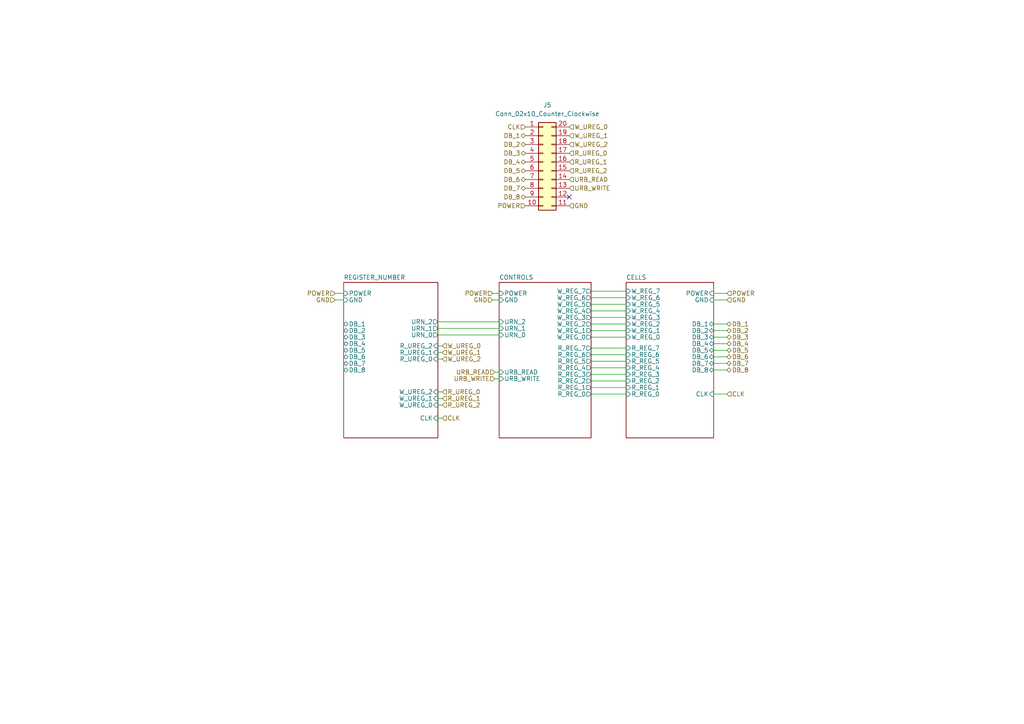
<source format=kicad_sch>
(kicad_sch (version 20230121) (generator eeschema)
  (paper "A4")
  (title_block (comment 1 "Схема элетрическая принципиальная \\n Блока пользовательских регистров"))
  (lib_symbols
    (symbol "Connector_Generic:Conn_02x10_Counter_Clockwise" (pin_names (offset 1.016) hide)
      (property "Reference" "J" (at 1.27 12.7 0))
      (property "Value" "Conn_02x10_Counter_Clockwise" (at 1.27 -15.24 0))
      (symbol "Conn_02x10_Counter_Clockwise_1_1"
        (rectangle (start -1.27 -12.573) (end 0 -12.827) (stroke (width 0.1524)))
        (rectangle (start -1.27 -10.033) (end 0 -10.287) (stroke (width 0.1524)))
        (rectangle (start -1.27 -7.493) (end 0 -7.747) (stroke (width 0.1524)))
        (rectangle (start -1.27 -4.953) (end 0 -5.207) (stroke (width 0.1524)))
        (rectangle (start -1.27 -2.413) (end 0 -2.667) (stroke (width 0.1524)))
        (rectangle (start -1.27 0.127) (end 0 -0.127) (stroke (width 0.1524)))
        (rectangle (start -1.27 2.667) (end 0 2.413) (stroke (width 0.1524)))
        (rectangle (start -1.27 5.207) (end 0 4.953) (stroke (width 0.1524)))
        (rectangle (start -1.27 7.747) (end 0 7.493) (stroke (width 0.1524)))
        (rectangle (start -1.27 10.287) (end 0 10.033) (stroke (width 0.1524)))
        (rectangle (start -1.27 11.43) (end 3.81 -13.97) (stroke (width 0.254)) (fill (type background)))
        (rectangle (start 3.81 -12.573) (end 2.54 -12.827) (stroke (width 0.1524)))
        (rectangle (start 3.81 -10.033) (end 2.54 -10.287) (stroke (width 0.1524)))
        (rectangle (start 3.81 -7.493) (end 2.54 -7.747) (stroke (width 0.1524)))
        (rectangle (start 3.81 -4.953) (end 2.54 -5.207) (stroke (width 0.1524)))
        (rectangle (start 3.81 -2.413) (end 2.54 -2.667) (stroke (width 0.1524)))
        (rectangle (start 3.81 0.127) (end 2.54 -0.127) (stroke (width 0.1524)))
        (rectangle (start 3.81 2.667) (end 2.54 2.413) (stroke (width 0.1524)))
        (rectangle (start 3.81 5.207) (end 2.54 4.953) (stroke (width 0.1524)))
        (rectangle (start 3.81 7.747) (end 2.54 7.493) (stroke (width 0.1524)))
        (rectangle (start 3.81 10.287) (end 2.54 10.033) (stroke (width 0.1524)))
        (pin passive line (at -5.08 10.16 0) (length 3.81) (name "Pin_1") (number "1"))
        (pin passive line (at -5.08 -12.7 0) (length 3.81) (name "Pin_10") (number "10"))
        (pin passive line (at 7.62 -12.7 180) (length 3.81) (name "Pin_11") (number "11"))
        (pin passive line (at 7.62 -10.16 180) (length 3.81) (name "Pin_12") (number "12"))
        (pin passive line (at 7.62 -7.62 180) (length 3.81) (name "Pin_13") (number "13"))
        (pin passive line (at 7.62 -5.08 180) (length 3.81) (name "Pin_14") (number "14"))
        (pin passive line (at 7.62 -2.54 180) (length 3.81) (name "Pin_15") (number "15"))
        (pin passive line (at 7.62 0 180) (length 3.81) (name "Pin_16") (number "16"))
        (pin passive line (at 7.62 2.54 180) (length 3.81) (name "Pin_17") (number "17"))
        (pin passive line (at 7.62 5.08 180) (length 3.81) (name "Pin_18") (number "18"))
        (pin passive line (at 7.62 7.62 180) (length 3.81) (name "Pin_19") (number "19"))
        (pin passive line (at -5.08 7.62 0) (length 3.81) (name "Pin_2") (number "2"))
        (pin passive line (at 7.62 10.16 180) (length 3.81) (name "Pin_20") (number "20"))
        (pin passive line (at -5.08 5.08 0) (length 3.81) (name "Pin_3") (number "3"))
        (pin passive line (at -5.08 2.54 0) (length 3.81) (name "Pin_4") (number "4"))
        (pin passive line (at -5.08 0 0) (length 3.81) (name "Pin_5") (number "5"))
        (pin passive line (at -5.08 -2.54 0) (length 3.81) (name "Pin_6") (number "6"))
        (pin passive line (at -5.08 -5.08 0) (length 3.81) (name "Pin_7") (number "7"))
        (pin passive line (at -5.08 -7.62 0) (length 3.81) (name "Pin_8") (number "8"))
        (pin passive line (at -5.08 -10.16 0) (length 3.81) (name "Pin_9") (number "9"))
      )
    )
  )
  (no_connect (at 165.1 57.15))
  (wire (pts (xy 171.45 110.49) (xy 181.61 110.49)))
  (wire (pts (xy 127 117.475) (xy 128.27 117.475)))
  (wire (pts (xy 207.01 86.995) (xy 210.82 86.995)))
  (wire (pts (xy 207.01 107.315) (xy 210.82 107.315)))
  (wire (pts (xy 171.45 84.455) (xy 181.61 84.455)))
  (wire (pts (xy 171.45 97.79) (xy 181.61 97.79)))
  (wire (pts (xy 171.45 90.17) (xy 181.61 90.17)))
  (wire (pts (xy 171.45 88.265) (xy 181.61 88.265)))
  (wire (pts (xy 127 93.345) (xy 144.78 93.345)))
  (wire (pts (xy 171.45 114.3) (xy 181.61 114.3)))
  (wire (pts (xy 127 97.155) (xy 144.78 97.155)))
  (wire (pts (xy 171.45 106.68) (xy 181.61 106.68)))
  (wire (pts (xy 207.01 93.98) (xy 210.82 93.98)))
  (wire (pts (xy 143.51 109.855) (xy 144.78 109.855)))
  (wire (pts (xy 127 95.25) (xy 144.78 95.25)))
  (wire (pts (xy 171.45 100.965) (xy 181.61 100.965)))
  (wire (pts (xy 171.45 104.775) (xy 181.61 104.775)))
  (wire (pts (xy 207.01 99.695) (xy 210.82 99.695)))
  (wire (pts (xy 207.01 85.09) (xy 210.82 85.09)))
  (wire (pts (xy 207.01 97.79) (xy 210.82 97.79)))
  (wire (pts (xy 97.155 86.995) (xy 99.695 86.995)))
  (wire (pts (xy 171.45 102.87) (xy 181.61 102.87)))
  (wire (pts (xy 171.45 108.585) (xy 181.61 108.585)))
  (wire (pts (xy 207.01 95.885) (xy 210.82 95.885)))
  (wire (pts (xy 127 121.285) (xy 128.27 121.285)))
  (wire (pts (xy 171.45 112.395) (xy 181.61 112.395)))
  (wire (pts (xy 143.51 107.95) (xy 144.78 107.95)))
  (wire (pts (xy 127 115.57) (xy 128.27 115.57)))
  (wire (pts (xy 97.155 85.09) (xy 99.695 85.09)))
  (wire (pts (xy 127 113.665) (xy 128.27 113.665)))
  (wire (pts (xy 171.45 86.36) (xy 181.61 86.36)))
  (wire (pts (xy 207.01 103.505) (xy 210.82 103.505)))
  (wire (pts (xy 127 104.14) (xy 128.27 104.14)))
  (wire (pts (xy 171.45 93.98) (xy 181.61 93.98)))
  (wire (pts (xy 142.875 85.09) (xy 144.78 85.09)))
  (wire (pts (xy 127 102.235) (xy 128.27 102.235)))
  (wire (pts (xy 127 100.33) (xy 128.27 100.33)))
  (wire (pts (xy 207.01 114.3) (xy 210.82 114.3)))
  (wire (pts (xy 171.45 95.885) (xy 181.61 95.885)))
  (wire (pts (xy 207.01 101.6) (xy 210.82 101.6)))
  (wire (pts (xy 207.01 105.41) (xy 210.82 105.41)))
  (wire (pts (xy 171.45 92.075) (xy 181.61 92.075)))
  (wire (pts (xy 142.875 86.995) (xy 144.78 86.995)))
  (hierarchical_label "CLK" (shape input) (at 128.27 121.285 0))
  (hierarchical_label "W_UREG_1" (shape input) (at 128.27 102.235 0))
  (hierarchical_label "DB_2" (shape bidirectional) (at 152.4 41.91 180))
  (hierarchical_label "W_UREG_0" (shape input) (at 128.27 100.33 0))
  (hierarchical_label "DB_8" (shape bidirectional) (at 210.82 107.315 0))
  (hierarchical_label "GND" (shape input) (at 165.1 59.69 0))
  (hierarchical_label "DB_4" (shape bidirectional) (at 152.4 46.99 180))
  (hierarchical_label "R_UREG_0" (shape input) (at 128.27 113.665 0))
  (hierarchical_label "CLK" (shape input) (at 210.82 114.3 0))
  (hierarchical_label "DB_6" (shape bidirectional) (at 152.4 52.07 180))
  (hierarchical_label "POWER" (shape input) (at 97.155 85.09 180))
  (hierarchical_label "W_UREG_0" (shape input) (at 165.1 36.83 0))
  (hierarchical_label "POWER" (shape input) (at 142.875 85.09 180))
  (hierarchical_label "DB_7" (shape bidirectional) (at 210.82 105.41 0))
  (hierarchical_label "DB_5" (shape bidirectional) (at 210.82 101.6 0))
  (hierarchical_label "GND" (shape input) (at 97.155 86.995 180))
  (hierarchical_label "DB_3" (shape bidirectional) (at 152.4 44.45 180))
  (hierarchical_label "POWER" (shape input) (at 152.4 59.69 180))
  (hierarchical_label "R_UREG_2" (shape input) (at 165.1 49.53 0))
  (hierarchical_label "W_UREG_2" (shape input) (at 165.1 41.91 0))
  (hierarchical_label "URB_READ" (shape input) (at 165.1 52.07 0))
  (hierarchical_label "GND" (shape input) (at 210.82 86.995 0))
  (hierarchical_label "R_UREG_1" (shape input) (at 128.27 115.57 0))
  (hierarchical_label "W_UREG_2" (shape input) (at 128.27 104.14 0))
  (hierarchical_label "GND" (shape input) (at 142.875 86.995 180))
  (hierarchical_label "DB_4" (shape bidirectional) (at 210.82 99.695 0))
  (hierarchical_label "DB_7" (shape bidirectional) (at 152.4 54.61 180))
  (hierarchical_label "DB_1" (shape bidirectional) (at 152.4 39.37 180))
  (hierarchical_label "R_UREG_1" (shape input) (at 165.1 46.99 0))
  (hierarchical_label "DB_2" (shape bidirectional) (at 210.82 95.885 0))
  (hierarchical_label "R_UREG_0" (shape input) (at 165.1 44.45 0))
  (hierarchical_label "DB_3" (shape bidirectional) (at 210.82 97.79 0))
  (hierarchical_label "DB_6" (shape bidirectional) (at 210.82 103.505 0))
  (hierarchical_label "DB_8" (shape bidirectional) (at 152.4 57.15 180))
  (hierarchical_label "POWER" (shape input) (at 210.82 85.09 0))
  (hierarchical_label "URB_READ" (shape input) (at 143.51 107.95 180))
  (hierarchical_label "DB_5" (shape bidirectional) (at 152.4 49.53 180))
  (hierarchical_label "URB_WRITE" (shape input) (at 143.51 109.855 180))
  (hierarchical_label "CLK" (shape input) (at 152.4 36.83 180))
  (hierarchical_label "URB_WRITE" (shape input) (at 165.1 54.61 0))
  (hierarchical_label "DB_1" (shape bidirectional) (at 210.82 93.98 0))
  (hierarchical_label "W_UREG_1" (shape input) (at 165.1 39.37 0))
  (hierarchical_label "R_UREG_2" (shape input) (at 128.27 117.475 0))
  (symbol (lib_id "Connector_Generic:Conn_02x10_Counter_Clockwise") (at 157.48 46.99 0) (unit 1)
    (property "Reference" "J5" (at 158.75 30.48 0))
    (property "Value" "Conn_02x10_Counter_Clockwise" (at 158.75 33.02 0))
  )
  (sheet (at 99.695 81.915) (size 27.305 45.085) (stroke (width 0.1524))
    (property "Sheetname" "REGISTER_NUMBER" (at 99.695 81.2034 0) (effects (justify left bottom)))
    (property "Sheetfile" "register_number.kicad_sch" (effects hide))
    (pin "URN_2" output (at 127 93.345 0))
    (pin "URN_0" output (at 127 97.155 0))
    (pin "URN_1" output (at 127 95.25 0))
    (pin "GND" input (at 99.695 86.995 180))
    (pin "CLK" input (at 127 121.285 0))
    (pin "DB_1" bidirectional (at 99.695 93.98 180))
    (pin "DB_4" bidirectional (at 99.695 99.695 180))
    (pin "DB_5" bidirectional (at 99.695 101.6 180))
    (pin "DB_6" bidirectional (at 99.695 103.505 180))
    (pin "DB_3" bidirectional (at 99.695 97.79 180))
    (pin "DB_2" bidirectional (at 99.695 95.885 180))
    (pin "POWER" input (at 99.695 85.09 180))
    (pin "W_UREG_0" input (at 127 117.475 0))
    (pin "W_UREG_1" input (at 127 115.57 0))
    (pin "W_UREG_2" input (at 127 113.665 0))
    (pin "DB_7" bidirectional (at 99.695 105.41 180))
    (pin "R_UREG_2" input (at 127 100.33 0))
    (pin "R_UREG_1" input (at 127 102.235 0))
    (pin "R_UREG_0" input (at 127 104.14 0))
    (pin "DB_8" bidirectional (at 99.695 107.315 180))
  )
  (sheet (at 144.78 81.915) (size 26.67 45.085) (stroke (width 0.1524))
    (property "Sheetname" "CONTROLS" (at 144.78 81.2034 0) (effects (justify left bottom)))
    (property "Sheetfile" "controls.kicad_sch" (effects hide))
    (pin "URB_WRITE" input (at 144.78 109.855 180))
    (pin "R_REG_3" output (at 171.45 108.585 0))
    (pin "R_REG_7" output (at 171.45 100.965 0))
    (pin "R_REG_2" output (at 171.45 110.49 0))
    (pin "R_REG_6" output (at 171.45 102.87 0))
    (pin "GND" input (at 144.78 86.995 180))
    (pin "URN_2" input (at 144.78 93.345 180))
    (pin "POWER" input (at 144.78 85.09 180))
    (pin "URN_0" input (at 144.78 97.155 180))
    (pin "W_REG_5" output (at 171.45 88.265 0))
    (pin "W_REG_1" output (at 171.45 95.885 0))
    (pin "W_REG_0" output (at 171.45 97.79 0))
    (pin "W_REG_2" output (at 171.45 93.98 0))
    (pin "W_REG_3" output (at 171.45 92.075 0))
    (pin "W_REG_4" output (at 171.45 90.17 0))
    (pin "URN_1" input (at 144.78 95.25 180))
    (pin "URB_READ" input (at 144.78 107.95 180))
    (pin "W_REG_6" output (at 171.45 86.36 0))
    (pin "W_REG_7" output (at 171.45 84.455 0))
    (pin "R_REG_5" output (at 171.45 104.775 0))
    (pin "R_REG_1" output (at 171.45 112.395 0))
    (pin "R_REG_0" output (at 171.45 114.3 0))
    (pin "R_REG_4" output (at 171.45 106.68 0))
  )
  (sheet (at 181.61 81.915) (size 25.4 45.085) (stroke (width 0.1524))
    (property "Sheetname" "CELLS" (at 181.61 81.2034 0) (effects (justify left bottom)))
    (property "Sheetfile" "CELLS.kicad_sch" (effects hide))
    (pin "POWER" input (at 207.01 85.09 0))
    (pin "GND" input (at 207.01 86.995 0))
    (pin "R_REG_0" input (at 181.61 114.3 180))
    (pin "DB_3" bidirectional (at 207.01 97.79 0))
    (pin "DB_6" bidirectional (at 207.01 103.505 0))
    (pin "DB_4" bidirectional (at 207.01 99.695 0))
    (pin "DB_2" bidirectional (at 207.01 95.885 0))
    (pin "DB_5" bidirectional (at 207.01 101.6 0))
    (pin "DB_1" bidirectional (at 207.01 93.98 0))
    (pin "W_REG_0" input (at 181.61 97.79 180))
    (pin "CLK" input (at 207.01 114.3 0))
    (pin "DB_8" bidirectional (at 207.01 107.315 0))
    (pin "DB_7" bidirectional (at 207.01 105.41 0))
    (pin "R_REG_2" input (at 181.61 110.49 180))
    (pin "W_REG_2" input (at 181.61 93.98 180))
    (pin "R_REG_4" input (at 181.61 106.68 180))
    (pin "W_REG_4" input (at 181.61 90.17 180))
    (pin "R_REG_7" input (at 181.61 100.965 180))
    (pin "R_REG_6" input (at 181.61 102.87 180))
    (pin "R_REG_5" input (at 181.61 104.775 180))
    (pin "R_REG_3" input (at 181.61 108.585 180))
    (pin "R_REG_1" input (at 181.61 112.395 180))
    (pin "W_REG_6" input (at 181.61 86.36 180))
    (pin "W_REG_5" input (at 181.61 88.265 180))
    (pin "W_REG_7" input (at 181.61 84.455 180))
    (pin "W_REG_3" input (at 181.61 92.075 180))
    (pin "W_REG_1" input (at 181.61 95.885 180))
  )
)
</source>
